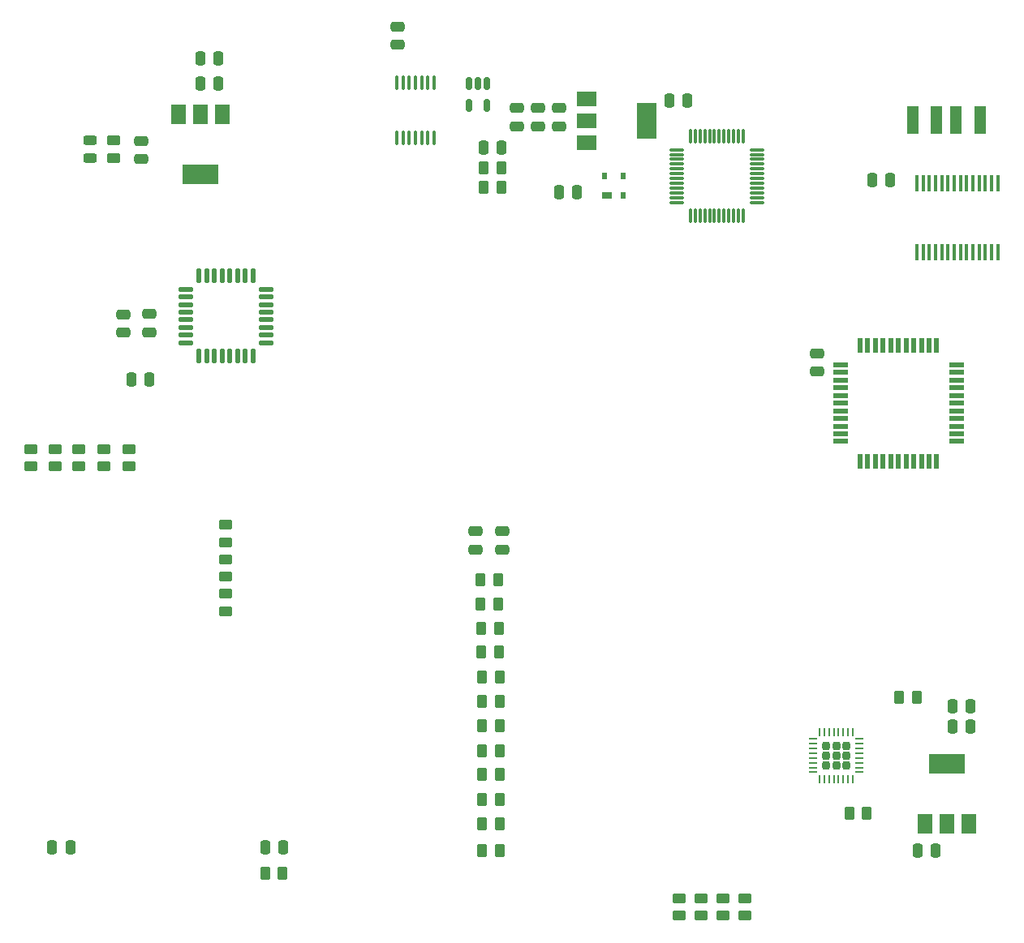
<source format=gbr>
%TF.GenerationSoftware,KiCad,Pcbnew,6.0.4-1.fc35*%
%TF.CreationDate,2022-04-22T15:03:59+05:30*%
%TF.ProjectId,8puter,38707574-6572-42e6-9b69-6361645f7063,rev?*%
%TF.SameCoordinates,PX5496c90PY8113368*%
%TF.FileFunction,Paste,Top*%
%TF.FilePolarity,Positive*%
%FSLAX46Y46*%
G04 Gerber Fmt 4.6, Leading zero omitted, Abs format (unit mm)*
G04 Created by KiCad (PCBNEW 6.0.4-1.fc35) date 2022-04-22 15:03:59*
%MOMM*%
%LPD*%
G01*
G04 APERTURE LIST*
G04 Aperture macros list*
%AMRoundRect*
0 Rectangle with rounded corners*
0 $1 Rounding radius*
0 $2 $3 $4 $5 $6 $7 $8 $9 X,Y pos of 4 corners*
0 Add a 4 corners polygon primitive as box body*
4,1,4,$2,$3,$4,$5,$6,$7,$8,$9,$2,$3,0*
0 Add four circle primitives for the rounded corners*
1,1,$1+$1,$2,$3*
1,1,$1+$1,$4,$5*
1,1,$1+$1,$6,$7*
1,1,$1+$1,$8,$9*
0 Add four rect primitives between the rounded corners*
20,1,$1+$1,$2,$3,$4,$5,0*
20,1,$1+$1,$4,$5,$6,$7,0*
20,1,$1+$1,$6,$7,$8,$9,0*
20,1,$1+$1,$8,$9,$2,$3,0*%
G04 Aperture macros list end*
%ADD10RoundRect,0.250000X-0.250000X-0.475000X0.250000X-0.475000X0.250000X0.475000X-0.250000X0.475000X0*%
%ADD11RoundRect,0.250000X0.262500X0.450000X-0.262500X0.450000X-0.262500X-0.450000X0.262500X-0.450000X0*%
%ADD12RoundRect,0.150000X-0.150000X0.512500X-0.150000X-0.512500X0.150000X-0.512500X0.150000X0.512500X0*%
%ADD13R,1.000000X0.700000*%
%ADD14R,0.600000X0.700000*%
%ADD15RoundRect,0.250000X0.475000X-0.250000X0.475000X0.250000X-0.475000X0.250000X-0.475000X-0.250000X0*%
%ADD16RoundRect,0.250000X-0.450000X0.262500X-0.450000X-0.262500X0.450000X-0.262500X0.450000X0.262500X0*%
%ADD17RoundRect,0.250000X0.450000X-0.262500X0.450000X0.262500X-0.450000X0.262500X-0.450000X-0.262500X0*%
%ADD18RoundRect,0.250000X-0.475000X0.250000X-0.475000X-0.250000X0.475000X-0.250000X0.475000X0.250000X0*%
%ADD19R,1.500000X2.000000*%
%ADD20R,3.800000X2.000000*%
%ADD21R,0.520000X1.500000*%
%ADD22R,1.500000X0.520000*%
%ADD23RoundRect,0.250000X-0.262500X-0.450000X0.262500X-0.450000X0.262500X0.450000X-0.262500X0.450000X0*%
%ADD24RoundRect,0.243750X-0.456250X0.243750X-0.456250X-0.243750X0.456250X-0.243750X0.456250X0.243750X0*%
%ADD25RoundRect,0.207500X-0.207500X0.207500X-0.207500X-0.207500X0.207500X-0.207500X0.207500X0.207500X0*%
%ADD26RoundRect,0.062500X-0.062500X0.375000X-0.062500X-0.375000X0.062500X-0.375000X0.062500X0.375000X0*%
%ADD27RoundRect,0.062500X-0.375000X0.062500X-0.375000X-0.062500X0.375000X-0.062500X0.375000X0.062500X0*%
%ADD28R,0.450000X1.750000*%
%ADD29RoundRect,0.250000X0.250000X0.475000X-0.250000X0.475000X-0.250000X-0.475000X0.250000X-0.475000X0*%
%ADD30R,2.000000X1.500000*%
%ADD31R,2.000000X3.800000*%
%ADD32RoundRect,0.075000X-0.662500X-0.075000X0.662500X-0.075000X0.662500X0.075000X-0.662500X0.075000X0*%
%ADD33RoundRect,0.075000X-0.075000X-0.662500X0.075000X-0.662500X0.075000X0.662500X-0.075000X0.662500X0*%
%ADD34RoundRect,0.100000X0.100000X-0.637500X0.100000X0.637500X-0.100000X0.637500X-0.100000X-0.637500X0*%
%ADD35R,1.250000X3.000000*%
%ADD36RoundRect,0.125000X-0.125000X0.625000X-0.125000X-0.625000X0.125000X-0.625000X0.125000X0.625000X0*%
%ADD37RoundRect,0.125000X-0.625000X0.125000X-0.625000X-0.125000X0.625000X-0.125000X0.625000X0.125000X0*%
G04 APERTURE END LIST*
D10*
%TO.C,C15*%
X29814219Y10984226D03*
X31714219Y10984226D03*
%TD*%
D11*
%TO.C,R30*%
X54475000Y79900000D03*
X52650000Y79900000D03*
%TD*%
%TO.C,R22*%
X54300000Y16000000D03*
X52475000Y16000000D03*
%TD*%
%TO.C,R3*%
X97800000Y26700000D03*
X95975000Y26700000D03*
%TD*%
D12*
%TO.C,U3*%
X52950000Y90775000D03*
X52000000Y90775000D03*
X51050000Y90775000D03*
X51050000Y88500000D03*
X52950000Y88500000D03*
%TD*%
D13*
%TO.C,U6*%
X65450005Y79100012D03*
D14*
X67150005Y79100012D03*
X67150005Y81100012D03*
X65250005Y81100012D03*
%TD*%
D15*
%TO.C,C12*%
X15050000Y64750000D03*
X15050000Y66650000D03*
%TD*%
D16*
%TO.C,R28*%
X73000000Y5725000D03*
X73000000Y3900000D03*
%TD*%
D11*
%TO.C,R16*%
X54200000Y31400000D03*
X52375000Y31400000D03*
%TD*%
%TO.C,R13*%
X54100000Y39000000D03*
X52275000Y39000000D03*
%TD*%
D17*
%TO.C,R11*%
X13000000Y50775000D03*
X13000000Y52600000D03*
%TD*%
D10*
%TO.C,C8*%
X23050000Y93400000D03*
X24950000Y93400000D03*
%TD*%
D18*
%TO.C,C2*%
X51774219Y44024226D03*
X51774219Y42124226D03*
%TD*%
D15*
%TO.C,C9*%
X43600000Y94800000D03*
X43600000Y96700000D03*
%TD*%
D11*
%TO.C,R19*%
X54300000Y23700000D03*
X52475000Y23700000D03*
%TD*%
D15*
%TO.C,C21*%
X87400000Y60700000D03*
X87400000Y62600000D03*
%TD*%
D19*
%TO.C,REG2*%
X98650000Y13450000D03*
D20*
X100950000Y19750000D03*
D19*
X100950000Y13450000D03*
X103250000Y13450000D03*
%TD*%
D15*
%TO.C,C19*%
X60500000Y86300000D03*
X60500000Y88200000D03*
%TD*%
D10*
%TO.C,C16*%
X7594219Y11004226D03*
X9494219Y11004226D03*
%TD*%
%TO.C,C17*%
X23050000Y90800000D03*
X24950000Y90800000D03*
%TD*%
D21*
%TO.C,PRP1*%
X99900005Y63450012D03*
X99100005Y63450012D03*
X98300005Y63450012D03*
X97500005Y63450012D03*
X96700005Y63450012D03*
X95900005Y63450012D03*
X95100005Y63450012D03*
X94300005Y63450012D03*
X93500005Y63450012D03*
X92700005Y63450012D03*
X91900005Y63450012D03*
D22*
X89850005Y61400012D03*
X89850005Y60600012D03*
X89850005Y59800012D03*
X89850005Y59000012D03*
X89850005Y58200012D03*
X89850005Y57400012D03*
X89850005Y56600012D03*
X89850005Y55800012D03*
X89850005Y55000012D03*
X89850005Y54200012D03*
X89850005Y53400012D03*
D21*
X91900005Y51350012D03*
X92700005Y51350012D03*
X93500005Y51350012D03*
X94300005Y51350012D03*
X95100005Y51350012D03*
X95900005Y51350012D03*
X96700005Y51350012D03*
X97500005Y51350012D03*
X98300005Y51350012D03*
X99100005Y51350012D03*
X99900005Y51350012D03*
D22*
X101950005Y53400012D03*
X101950005Y54200012D03*
X101950005Y55000012D03*
X101950005Y55800012D03*
X101950005Y56600012D03*
X101950005Y57400012D03*
X101950005Y58200012D03*
X101950005Y59000012D03*
X101950005Y59800012D03*
X101950005Y60600012D03*
X101950005Y61400012D03*
%TD*%
D23*
%TO.C,R2*%
X29801719Y8284226D03*
X31626719Y8284226D03*
%TD*%
D24*
%TO.C,D1*%
X11590000Y84837500D03*
X11590000Y82962500D03*
%TD*%
D11*
%TO.C,R18*%
X54300000Y26300000D03*
X52475000Y26300000D03*
%TD*%
D15*
%TO.C,C14*%
X56100000Y86300000D03*
X56100000Y88200000D03*
%TD*%
D16*
%TO.C,R6*%
X25700000Y41112500D03*
X25700000Y39287500D03*
%TD*%
D11*
%TO.C,R15*%
X54200000Y33900000D03*
X52375000Y33900000D03*
%TD*%
D25*
%TO.C,GLUE_FPGA1*%
X89404219Y20604226D03*
X90434219Y20604226D03*
X90434219Y21634226D03*
X88374219Y21634226D03*
X88374219Y20604226D03*
X88374219Y19574226D03*
X90434219Y19574226D03*
X89404219Y19574226D03*
X89404219Y21634226D03*
D26*
X91154219Y23041726D03*
X90654219Y23041726D03*
X90154219Y23041726D03*
X89654219Y23041726D03*
X89154219Y23041726D03*
X88654219Y23041726D03*
X88154219Y23041726D03*
X87654219Y23041726D03*
D27*
X86966719Y22354226D03*
X86966719Y21854226D03*
X86966719Y21354226D03*
X86966719Y20854226D03*
X86966719Y20354226D03*
X86966719Y19854226D03*
X86966719Y19354226D03*
X86966719Y18854226D03*
D26*
X87654219Y18166726D03*
X88154219Y18166726D03*
X88654219Y18166726D03*
X89154219Y18166726D03*
X89654219Y18166726D03*
X90154219Y18166726D03*
X90654219Y18166726D03*
X91154219Y18166726D03*
D27*
X91841719Y18854226D03*
X91841719Y19354226D03*
X91841719Y19854226D03*
X91841719Y20354226D03*
X91841719Y20854226D03*
X91841719Y21354226D03*
X91841719Y21854226D03*
X91841719Y22354226D03*
%TD*%
D18*
%TO.C,C4*%
X54574219Y44024226D03*
X54574219Y42124226D03*
%TD*%
D16*
%TO.C,R27*%
X75300000Y5712500D03*
X75300000Y3887500D03*
%TD*%
D11*
%TO.C,R23*%
X54300000Y13500000D03*
X52475000Y13500000D03*
%TD*%
%TO.C,R24*%
X54300000Y10700000D03*
X52475000Y10700000D03*
%TD*%
D28*
%TO.C,USB1*%
X97825000Y73150000D03*
X98475000Y73150000D03*
X99125000Y73150000D03*
X99775000Y73150000D03*
X100425000Y73150000D03*
X101075000Y73150000D03*
X101725000Y73150000D03*
X102375000Y73150000D03*
X103025000Y73150000D03*
X103675000Y73150000D03*
X104325000Y73150000D03*
X104975000Y73150000D03*
X105625000Y73150000D03*
X106275000Y73150000D03*
X106275000Y80350000D03*
X105625000Y80350000D03*
X104975000Y80350000D03*
X104325000Y80350000D03*
X103675000Y80350000D03*
X103025000Y80350000D03*
X102375000Y80350000D03*
X101725000Y80350000D03*
X101075000Y80350000D03*
X100425000Y80350000D03*
X99775000Y80350000D03*
X99125000Y80350000D03*
X98475000Y80350000D03*
X97825000Y80350000D03*
%TD*%
D29*
%TO.C,C11*%
X62394219Y79400000D03*
X60494219Y79400000D03*
%TD*%
D11*
%TO.C,R17*%
X54300000Y28800000D03*
X52475000Y28800000D03*
%TD*%
D17*
%TO.C,R9*%
X7900000Y50787500D03*
X7900000Y52612500D03*
%TD*%
%TO.C,R10*%
X10400000Y50787500D03*
X10400000Y52612500D03*
%TD*%
D16*
%TO.C,R29*%
X14000000Y84825000D03*
X14000000Y83000000D03*
%TD*%
D15*
%TO.C,C20*%
X58300000Y86300000D03*
X58300000Y88200000D03*
%TD*%
D10*
%TO.C,C6*%
X101554219Y23600000D03*
X103454219Y23600000D03*
%TD*%
D29*
%TO.C,C22*%
X95050000Y80700000D03*
X93150000Y80700000D03*
%TD*%
D16*
%TO.C,R25*%
X79900000Y5712500D03*
X79900000Y3887500D03*
%TD*%
D29*
%TO.C,C18*%
X54500000Y84100000D03*
X52600000Y84100000D03*
%TD*%
D30*
%TO.C,REG3*%
X63350000Y89200000D03*
D31*
X69650000Y86900000D03*
D30*
X63350000Y86900000D03*
X63350000Y84600000D03*
%TD*%
D32*
%TO.C,VIDEO1*%
X72787500Y83862500D03*
X72787500Y83362500D03*
X72787500Y82862500D03*
X72787500Y82362500D03*
X72787500Y81862500D03*
X72787500Y81362500D03*
X72787500Y80862500D03*
X72787500Y80362500D03*
X72787500Y79862500D03*
X72787500Y79362500D03*
X72787500Y78862500D03*
X72787500Y78362500D03*
D33*
X74200000Y76950000D03*
X74700000Y76950000D03*
X75200000Y76950000D03*
X75700000Y76950000D03*
X76200000Y76950000D03*
X76700000Y76950000D03*
X77200000Y76950000D03*
X77700000Y76950000D03*
X78200000Y76950000D03*
X78700000Y76950000D03*
X79200000Y76950000D03*
X79700000Y76950000D03*
D32*
X81112500Y78362500D03*
X81112500Y78862500D03*
X81112500Y79362500D03*
X81112500Y79862500D03*
X81112500Y80362500D03*
X81112500Y80862500D03*
X81112500Y81362500D03*
X81112500Y81862500D03*
X81112500Y82362500D03*
X81112500Y82862500D03*
X81112500Y83362500D03*
X81112500Y83862500D03*
D33*
X79700000Y85275000D03*
X79200000Y85275000D03*
X78700000Y85275000D03*
X78200000Y85275000D03*
X77700000Y85275000D03*
X77200000Y85275000D03*
X76700000Y85275000D03*
X76200000Y85275000D03*
X75700000Y85275000D03*
X75200000Y85275000D03*
X74700000Y85275000D03*
X74200000Y85275000D03*
%TD*%
D29*
%TO.C,C13*%
X17750000Y59900000D03*
X15850000Y59900000D03*
%TD*%
D19*
%TO.C,REG1*%
X25350000Y87600000D03*
D20*
X23050000Y81300000D03*
D19*
X23050000Y87600000D03*
X20750000Y87600000D03*
%TD*%
D16*
%TO.C,R26*%
X77600000Y5712500D03*
X77600000Y3887500D03*
%TD*%
D10*
%TO.C,C7*%
X101554219Y25744226D03*
X103454219Y25744226D03*
%TD*%
D11*
%TO.C,R20*%
X54300000Y21100000D03*
X52475000Y21100000D03*
%TD*%
%TO.C,R14*%
X54112500Y36400000D03*
X52287500Y36400000D03*
%TD*%
%TO.C,R1*%
X92612500Y14600000D03*
X90787500Y14600000D03*
%TD*%
D17*
%TO.C,R8*%
X5400000Y50787500D03*
X5400000Y52612500D03*
%TD*%
D34*
%TO.C,U2*%
X43550000Y85137500D03*
X44200000Y85137500D03*
X44850000Y85137500D03*
X45500000Y85137500D03*
X46150000Y85137500D03*
X46800000Y85137500D03*
X47450000Y85137500D03*
X47450000Y90862500D03*
X46800000Y90862500D03*
X46150000Y90862500D03*
X45500000Y90862500D03*
X44850000Y90862500D03*
X44200000Y90862500D03*
X43550000Y90862500D03*
%TD*%
D11*
%TO.C,R21*%
X54300000Y18600000D03*
X52475000Y18600000D03*
%TD*%
D16*
%TO.C,R5*%
X25700000Y37500000D03*
X25700000Y35675000D03*
%TD*%
D23*
%TO.C,R31*%
X52637500Y82000000D03*
X54462500Y82000000D03*
%TD*%
D15*
%TO.C,C10*%
X17700000Y64800000D03*
X17700000Y66700000D03*
%TD*%
D10*
%TO.C,C23*%
X72000000Y89000000D03*
X73900000Y89000000D03*
%TD*%
D35*
%TO.C,USB_P1*%
X97400000Y86950000D03*
X99900000Y86950000D03*
X101900000Y86950000D03*
X104400000Y86950000D03*
%TD*%
D36*
%TO.C,SERC1*%
X28530005Y70675012D03*
X27730005Y70675012D03*
X26930005Y70675012D03*
X26130005Y70675012D03*
X25330005Y70675012D03*
X24530005Y70675012D03*
X23730005Y70675012D03*
X22930005Y70675012D03*
D37*
X21555005Y69300012D03*
X21555005Y68500012D03*
X21555005Y67700012D03*
X21555005Y66900012D03*
X21555005Y66100012D03*
X21555005Y65300012D03*
X21555005Y64500012D03*
X21555005Y63700012D03*
D36*
X22930005Y62325012D03*
X23730005Y62325012D03*
X24530005Y62325012D03*
X25330005Y62325012D03*
X26130005Y62325012D03*
X26930005Y62325012D03*
X27730005Y62325012D03*
X28530005Y62325012D03*
D37*
X29905005Y63700012D03*
X29905005Y64500012D03*
X29905005Y65300012D03*
X29905005Y66100012D03*
X29905005Y66900012D03*
X29905005Y67700012D03*
X29905005Y68500012D03*
X29905005Y69300012D03*
%TD*%
D18*
%TO.C,C1*%
X16900000Y84800000D03*
X16900000Y82900000D03*
%TD*%
D16*
%TO.C,R7*%
X25700000Y44712500D03*
X25700000Y42887500D03*
%TD*%
D17*
%TO.C,R12*%
X15600000Y50787500D03*
X15600000Y52612500D03*
%TD*%
D29*
%TO.C,C5*%
X99800000Y10700000D03*
X97900000Y10700000D03*
%TD*%
M02*

</source>
